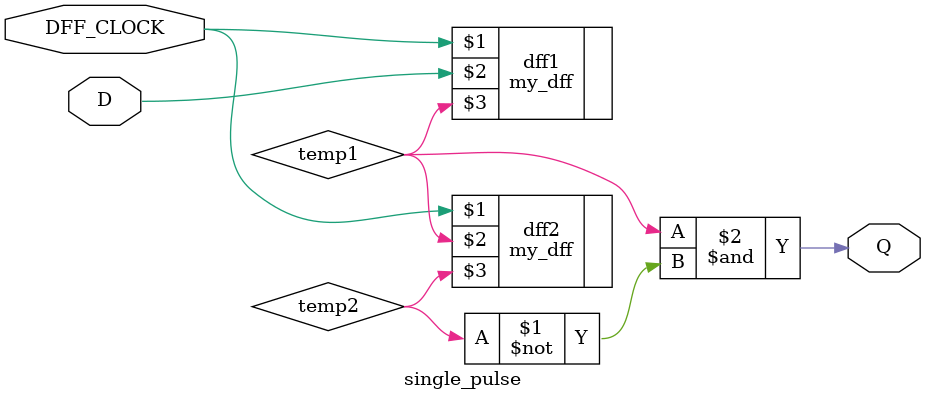
<source format=v>
`timescale 1ns / 1ps

module single_pulse(input DFF_CLOCK, input D, output Q);
    wire temp1, temp2;
    my_dff dff1(DFF_CLOCK, D, temp1);
    my_dff dff2(DFF_CLOCK, temp1, temp2);
    assign Q = temp1 & ~temp2; 
endmodule
</source>
